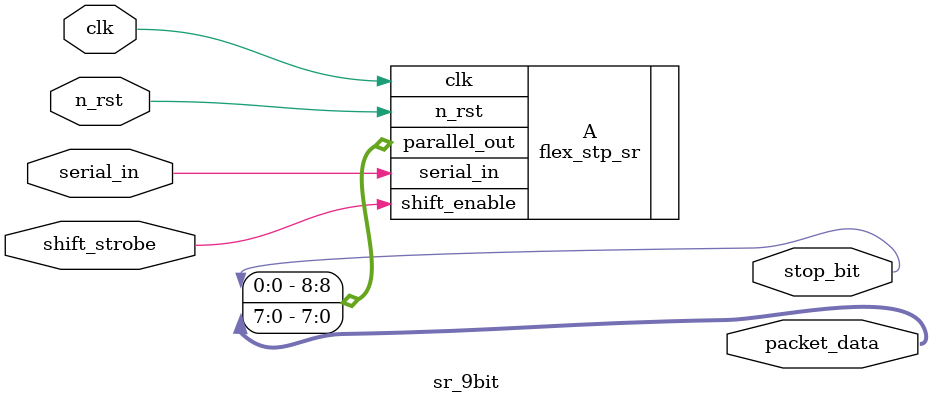
<source format=sv>

module sr_9bit
  (
   input wire clk,
   input wire n_rst,
   input wire shift_strobe,
   input wire serial_in,
   output reg [7:0] packet_data,
   output reg stop_bit
   );

   flex_stp_sr #(9,0) A (.clk(clk), .n_rst(n_rst), .shift_enable(shift_strobe), .serial_in(serial_in), .parallel_out({stop_bit,packet_data}));
   

endmodule // sr_9bit


</source>
